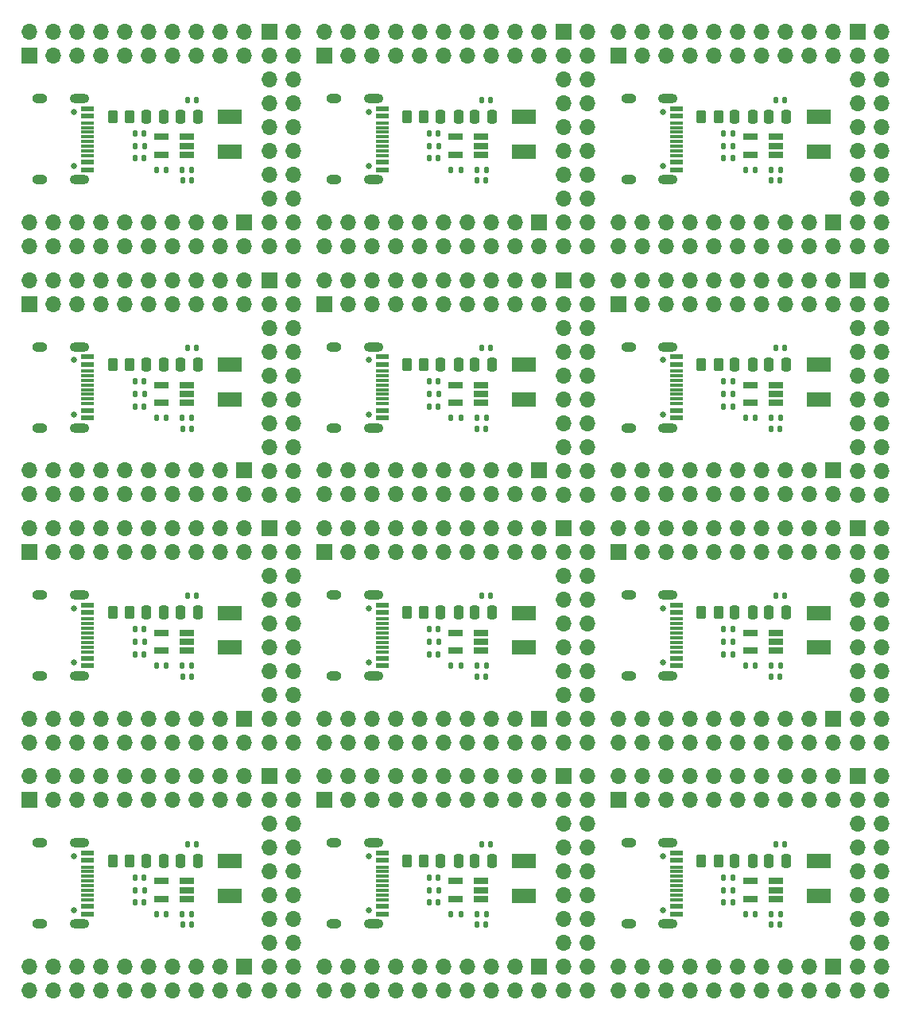
<source format=gbr>
%TF.GenerationSoftware,KiCad,Pcbnew,7.0.6*%
%TF.CreationDate,2023-09-22T02:01:45+08:00*%
%TF.ProjectId,power_ex_board_muti,706f7765-725f-4657-985f-626f6172645f,rev?*%
%TF.SameCoordinates,Original*%
%TF.FileFunction,Soldermask,Top*%
%TF.FilePolarity,Negative*%
%FSLAX46Y46*%
G04 Gerber Fmt 4.6, Leading zero omitted, Abs format (unit mm)*
G04 Created by KiCad (PCBNEW 7.0.6) date 2023-09-22 02:01:45*
%MOMM*%
%LPD*%
G01*
G04 APERTURE LIST*
G04 Aperture macros list*
%AMRoundRect*
0 Rectangle with rounded corners*
0 $1 Rounding radius*
0 $2 $3 $4 $5 $6 $7 $8 $9 X,Y pos of 4 corners*
0 Add a 4 corners polygon primitive as box body*
4,1,4,$2,$3,$4,$5,$6,$7,$8,$9,$2,$3,0*
0 Add four circle primitives for the rounded corners*
1,1,$1+$1,$2,$3*
1,1,$1+$1,$4,$5*
1,1,$1+$1,$6,$7*
1,1,$1+$1,$8,$9*
0 Add four rect primitives between the rounded corners*
20,1,$1+$1,$2,$3,$4,$5,0*
20,1,$1+$1,$4,$5,$6,$7,0*
20,1,$1+$1,$6,$7,$8,$9,0*
20,1,$1+$1,$8,$9,$2,$3,0*%
G04 Aperture macros list end*
%ADD10R,1.560000X0.650000*%
%ADD11RoundRect,0.250000X-0.262500X-0.450000X0.262500X-0.450000X0.262500X0.450000X-0.262500X0.450000X0*%
%ADD12R,1.700000X1.700000*%
%ADD13O,1.700000X1.700000*%
%ADD14RoundRect,0.140000X0.140000X0.170000X-0.140000X0.170000X-0.140000X-0.170000X0.140000X-0.170000X0*%
%ADD15RoundRect,0.140000X-0.140000X-0.170000X0.140000X-0.170000X0.140000X0.170000X-0.140000X0.170000X0*%
%ADD16RoundRect,0.250000X-0.250000X-0.475000X0.250000X-0.475000X0.250000X0.475000X-0.250000X0.475000X0*%
%ADD17R,2.500000X1.500000*%
%ADD18RoundRect,0.135000X0.135000X0.185000X-0.135000X0.185000X-0.135000X-0.185000X0.135000X-0.185000X0*%
%ADD19RoundRect,0.250000X0.250000X0.475000X-0.250000X0.475000X-0.250000X-0.475000X0.250000X-0.475000X0*%
%ADD20RoundRect,0.135000X-0.135000X-0.185000X0.135000X-0.185000X0.135000X0.185000X-0.135000X0.185000X0*%
%ADD21C,0.650000*%
%ADD22R,1.450000X0.600000*%
%ADD23R,1.450000X0.300000*%
%ADD24O,2.100000X1.000000*%
%ADD25O,1.600000X1.000000*%
G04 APERTURE END LIST*
D10*
%TO.C,U1*%
X49582000Y-14888600D03*
X49582000Y-13938600D03*
X49582000Y-12988600D03*
X46882000Y-12988600D03*
X46882000Y-14888600D03*
%TD*%
D11*
%TO.C,R1*%
X10315500Y-37245200D03*
X12140500Y-37245200D03*
%TD*%
D12*
%TO.C,Custom*%
X24348600Y-74991200D03*
D13*
X24348600Y-77531200D03*
X21808600Y-74991200D03*
X21808600Y-77531200D03*
X19268600Y-74991200D03*
X19268600Y-77531200D03*
X16728600Y-74991200D03*
X16728600Y-77531200D03*
X14188600Y-74991200D03*
X14188600Y-77531200D03*
X11648600Y-74991200D03*
X11648600Y-77531200D03*
X9108600Y-74991200D03*
X9108600Y-77531200D03*
X6568600Y-74991200D03*
X6568600Y-77531200D03*
X4028600Y-74991200D03*
X4028600Y-77531200D03*
X1488600Y-74991200D03*
X1488600Y-77531200D03*
%TD*%
D14*
%TO.C,C5*%
X19246600Y-35488000D03*
X18286600Y-35488000D03*
%TD*%
D10*
%TO.C,U1*%
X80925600Y-94212800D03*
X80925600Y-93262800D03*
X80925600Y-92312800D03*
X78225600Y-92312800D03*
X78225600Y-94212800D03*
%TD*%
D14*
%TO.C,C4*%
X81411000Y-44073200D03*
X80451000Y-44073200D03*
%TD*%
D15*
%TO.C,C3*%
X75388400Y-15278600D03*
X76348400Y-15278600D03*
%TD*%
D14*
%TO.C,C4*%
X18723800Y-17631800D03*
X17763800Y-17631800D03*
%TD*%
D16*
%TO.C,C1*%
X13910200Y-37245200D03*
X15810200Y-37245200D03*
%TD*%
D12*
%TO.C,5V*%
X32842200Y-83682600D03*
D13*
X32842200Y-81142600D03*
X35382200Y-83682600D03*
X35382200Y-81142600D03*
X37922200Y-83682600D03*
X37922200Y-81142600D03*
X40462200Y-83682600D03*
X40462200Y-81142600D03*
X43002200Y-83682600D03*
X43002200Y-81142600D03*
X45542200Y-83682600D03*
X45542200Y-81142600D03*
X48082200Y-83682600D03*
X48082200Y-81142600D03*
X50622200Y-83682600D03*
X50622200Y-81142600D03*
X53162200Y-83682600D03*
X53162200Y-81142600D03*
X55702200Y-83682600D03*
X55702200Y-81142600D03*
%TD*%
D14*
%TO.C,C5*%
X50590200Y-88370800D03*
X49630200Y-88370800D03*
%TD*%
D10*
%TO.C,U1*%
X18238400Y-67771400D03*
X18238400Y-66821400D03*
X18238400Y-65871400D03*
X15538400Y-65871400D03*
X15538400Y-67771400D03*
%TD*%
D12*
%TO.C,3V3*%
X58338800Y-1808400D03*
D13*
X60878800Y-1808400D03*
X58338800Y-4348400D03*
X60878800Y-4348400D03*
X58338800Y-6888400D03*
X60878800Y-6888400D03*
X58338800Y-9428400D03*
X60878800Y-9428400D03*
X58338800Y-11968400D03*
X60878800Y-11968400D03*
X58338800Y-14508400D03*
X60878800Y-14508400D03*
X58338800Y-17048400D03*
X60878800Y-17048400D03*
X58338800Y-19588400D03*
X60878800Y-19588400D03*
X58338800Y-22128400D03*
X60878800Y-22128400D03*
X58338800Y-24668400D03*
X60878800Y-24668400D03*
%TD*%
D17*
%TO.C,L1*%
X54152800Y-14528800D03*
X54152800Y-10828800D03*
%TD*%
D12*
%TO.C,3V3*%
X89682400Y-81132600D03*
D13*
X92222400Y-81132600D03*
X89682400Y-83672600D03*
X92222400Y-83672600D03*
X89682400Y-86212600D03*
X92222400Y-86212600D03*
X89682400Y-88752600D03*
X92222400Y-88752600D03*
X89682400Y-91292600D03*
X92222400Y-91292600D03*
X89682400Y-93832600D03*
X92222400Y-93832600D03*
X89682400Y-96372600D03*
X92222400Y-96372600D03*
X89682400Y-98912600D03*
X92222400Y-98912600D03*
X89682400Y-101452600D03*
X92222400Y-101452600D03*
X89682400Y-103992600D03*
X92222400Y-103992600D03*
%TD*%
D18*
%TO.C,R4*%
X47392000Y-16488800D03*
X46372000Y-16488800D03*
%TD*%
D12*
%TO.C,5V*%
X64185800Y-4358400D03*
D13*
X64185800Y-1818400D03*
X66725800Y-4358400D03*
X66725800Y-1818400D03*
X69265800Y-4358400D03*
X69265800Y-1818400D03*
X71805800Y-4358400D03*
X71805800Y-1818400D03*
X74345800Y-4358400D03*
X74345800Y-1818400D03*
X76885800Y-4358400D03*
X76885800Y-1818400D03*
X79425800Y-4358400D03*
X79425800Y-1818400D03*
X81965800Y-4358400D03*
X81965800Y-1818400D03*
X84505800Y-4358400D03*
X84505800Y-1818400D03*
X87045800Y-4358400D03*
X87045800Y-1818400D03*
%TD*%
D19*
%TO.C,C6*%
X19417000Y-37245200D03*
X17517000Y-37245200D03*
%TD*%
D16*
%TO.C,C1*%
X45253800Y-37245200D03*
X47153800Y-37245200D03*
%TD*%
%TO.C,C1*%
X76597400Y-10803800D03*
X78497400Y-10803800D03*
%TD*%
D19*
%TO.C,C6*%
X19417000Y-10803800D03*
X17517000Y-10803800D03*
%TD*%
D18*
%TO.C,R4*%
X16048400Y-69371600D03*
X15028400Y-69371600D03*
%TD*%
%TO.C,R3*%
X50117400Y-16488800D03*
X49097400Y-16488800D03*
%TD*%
D12*
%TO.C,5V*%
X1498600Y-30799800D03*
D13*
X1498600Y-28259800D03*
X4038600Y-30799800D03*
X4038600Y-28259800D03*
X6578600Y-30799800D03*
X6578600Y-28259800D03*
X9118600Y-30799800D03*
X9118600Y-28259800D03*
X11658600Y-30799800D03*
X11658600Y-28259800D03*
X14198600Y-30799800D03*
X14198600Y-28259800D03*
X16738600Y-30799800D03*
X16738600Y-28259800D03*
X19278600Y-30799800D03*
X19278600Y-28259800D03*
X21818600Y-30799800D03*
X21818600Y-28259800D03*
X24358600Y-30799800D03*
X24358600Y-28259800D03*
%TD*%
D14*
%TO.C,C5*%
X50590200Y-9046600D03*
X49630200Y-9046600D03*
%TD*%
D20*
%TO.C,R2*%
X44034800Y-66821400D03*
X45054800Y-66821400D03*
%TD*%
D10*
%TO.C,U1*%
X49582000Y-67771400D03*
X49582000Y-66821400D03*
X49582000Y-65871400D03*
X46882000Y-65871400D03*
X46882000Y-67771400D03*
%TD*%
D17*
%TO.C,L1*%
X85496400Y-67411600D03*
X85496400Y-63711600D03*
%TD*%
D15*
%TO.C,C3*%
X44044800Y-15278600D03*
X45004800Y-15278600D03*
%TD*%
%TO.C,C3*%
X12701200Y-41720000D03*
X13661200Y-41720000D03*
%TD*%
D14*
%TO.C,C2*%
X76348400Y-12598600D03*
X75388400Y-12598600D03*
%TD*%
D20*
%TO.C,R2*%
X12691200Y-93262800D03*
X13711200Y-93262800D03*
%TD*%
D12*
%TO.C,3V3*%
X26995200Y-1808400D03*
D13*
X29535200Y-1808400D03*
X26995200Y-4348400D03*
X29535200Y-4348400D03*
X26995200Y-6888400D03*
X29535200Y-6888400D03*
X26995200Y-9428400D03*
X29535200Y-9428400D03*
X26995200Y-11968400D03*
X29535200Y-11968400D03*
X26995200Y-14508400D03*
X29535200Y-14508400D03*
X26995200Y-17048400D03*
X29535200Y-17048400D03*
X26995200Y-19588400D03*
X29535200Y-19588400D03*
X26995200Y-22128400D03*
X29535200Y-22128400D03*
X26995200Y-24668400D03*
X29535200Y-24668400D03*
%TD*%
D16*
%TO.C,C1*%
X45253800Y-90128000D03*
X47153800Y-90128000D03*
%TD*%
D12*
%TO.C,Custom*%
X87035800Y-22108400D03*
D13*
X87035800Y-24648400D03*
X84495800Y-22108400D03*
X84495800Y-24648400D03*
X81955800Y-22108400D03*
X81955800Y-24648400D03*
X79415800Y-22108400D03*
X79415800Y-24648400D03*
X76875800Y-22108400D03*
X76875800Y-24648400D03*
X74335800Y-22108400D03*
X74335800Y-24648400D03*
X71795800Y-22108400D03*
X71795800Y-24648400D03*
X69255800Y-22108400D03*
X69255800Y-24648400D03*
X66715800Y-22108400D03*
X66715800Y-24648400D03*
X64175800Y-22108400D03*
X64175800Y-24648400D03*
%TD*%
D11*
%TO.C,R1*%
X73002700Y-90128000D03*
X74827700Y-90128000D03*
%TD*%
D12*
%TO.C,5V*%
X1498600Y-57241200D03*
D13*
X1498600Y-54701200D03*
X4038600Y-57241200D03*
X4038600Y-54701200D03*
X6578600Y-57241200D03*
X6578600Y-54701200D03*
X9118600Y-57241200D03*
X9118600Y-54701200D03*
X11658600Y-57241200D03*
X11658600Y-54701200D03*
X14198600Y-57241200D03*
X14198600Y-54701200D03*
X16738600Y-57241200D03*
X16738600Y-54701200D03*
X19278600Y-57241200D03*
X19278600Y-54701200D03*
X21818600Y-57241200D03*
X21818600Y-54701200D03*
X24358600Y-57241200D03*
X24358600Y-54701200D03*
%TD*%
D15*
%TO.C,C3*%
X44044800Y-94602800D03*
X45004800Y-94602800D03*
%TD*%
D10*
%TO.C,U1*%
X80925600Y-14888600D03*
X80925600Y-13938600D03*
X80925600Y-12988600D03*
X78225600Y-12988600D03*
X78225600Y-14888600D03*
%TD*%
%TO.C,U1*%
X18238400Y-14888600D03*
X18238400Y-13938600D03*
X18238400Y-12988600D03*
X15538400Y-12988600D03*
X15538400Y-14888600D03*
%TD*%
D11*
%TO.C,R1*%
X10315500Y-10803800D03*
X12140500Y-10803800D03*
%TD*%
D14*
%TO.C,C5*%
X81933800Y-9046600D03*
X80973800Y-9046600D03*
%TD*%
D18*
%TO.C,R3*%
X50117400Y-69371600D03*
X49097400Y-69371600D03*
%TD*%
D16*
%TO.C,C1*%
X76597400Y-63686600D03*
X78497400Y-63686600D03*
%TD*%
D15*
%TO.C,C3*%
X44044800Y-68161400D03*
X45004800Y-68161400D03*
%TD*%
D12*
%TO.C,3V3*%
X89682400Y-28249800D03*
D13*
X92222400Y-28249800D03*
X89682400Y-30789800D03*
X92222400Y-30789800D03*
X89682400Y-33329800D03*
X92222400Y-33329800D03*
X89682400Y-35869800D03*
X92222400Y-35869800D03*
X89682400Y-38409800D03*
X92222400Y-38409800D03*
X89682400Y-40949800D03*
X92222400Y-40949800D03*
X89682400Y-43489800D03*
X92222400Y-43489800D03*
X89682400Y-46029800D03*
X92222400Y-46029800D03*
X89682400Y-48569800D03*
X92222400Y-48569800D03*
X89682400Y-51109800D03*
X92222400Y-51109800D03*
%TD*%
D21*
%TO.C,J1*%
X6232200Y-89667600D03*
X6232200Y-95447600D03*
D22*
X7677200Y-89307600D03*
X7677200Y-90107600D03*
D23*
X7677200Y-91307600D03*
X7677200Y-92307600D03*
X7677200Y-92807600D03*
X7677200Y-93807600D03*
D22*
X7677200Y-95007600D03*
X7677200Y-95807600D03*
X7677200Y-95807600D03*
X7677200Y-95007600D03*
D23*
X7677200Y-94307600D03*
X7677200Y-93307600D03*
X7677200Y-91807600D03*
X7677200Y-90807600D03*
D22*
X7677200Y-90107600D03*
X7677200Y-89307600D03*
D24*
X6762200Y-88237600D03*
D25*
X2582200Y-88237600D03*
D24*
X6762200Y-96877600D03*
D25*
X2582200Y-96877600D03*
%TD*%
D18*
%TO.C,R3*%
X18773800Y-16488800D03*
X17753800Y-16488800D03*
%TD*%
D14*
%TO.C,C4*%
X50067400Y-17631800D03*
X49107400Y-17631800D03*
%TD*%
D15*
%TO.C,C3*%
X44044800Y-41720000D03*
X45004800Y-41720000D03*
%TD*%
D11*
%TO.C,R1*%
X73002700Y-10803800D03*
X74827700Y-10803800D03*
%TD*%
D16*
%TO.C,C1*%
X45253800Y-10803800D03*
X47153800Y-10803800D03*
%TD*%
D14*
%TO.C,C4*%
X18723800Y-44073200D03*
X17763800Y-44073200D03*
%TD*%
D17*
%TO.C,L1*%
X85496400Y-14528800D03*
X85496400Y-10828800D03*
%TD*%
D14*
%TO.C,C5*%
X50590200Y-35488000D03*
X49630200Y-35488000D03*
%TD*%
D12*
%TO.C,5V*%
X64185800Y-83682600D03*
D13*
X64185800Y-81142600D03*
X66725800Y-83682600D03*
X66725800Y-81142600D03*
X69265800Y-83682600D03*
X69265800Y-81142600D03*
X71805800Y-83682600D03*
X71805800Y-81142600D03*
X74345800Y-83682600D03*
X74345800Y-81142600D03*
X76885800Y-83682600D03*
X76885800Y-81142600D03*
X79425800Y-83682600D03*
X79425800Y-81142600D03*
X81965800Y-83682600D03*
X81965800Y-81142600D03*
X84505800Y-83682600D03*
X84505800Y-81142600D03*
X87045800Y-83682600D03*
X87045800Y-81142600D03*
%TD*%
D12*
%TO.C,Custom*%
X24348600Y-22108400D03*
D13*
X24348600Y-24648400D03*
X21808600Y-22108400D03*
X21808600Y-24648400D03*
X19268600Y-22108400D03*
X19268600Y-24648400D03*
X16728600Y-22108400D03*
X16728600Y-24648400D03*
X14188600Y-22108400D03*
X14188600Y-24648400D03*
X11648600Y-22108400D03*
X11648600Y-24648400D03*
X9108600Y-22108400D03*
X9108600Y-24648400D03*
X6568600Y-22108400D03*
X6568600Y-24648400D03*
X4028600Y-22108400D03*
X4028600Y-24648400D03*
X1488600Y-22108400D03*
X1488600Y-24648400D03*
%TD*%
D11*
%TO.C,R1*%
X73002700Y-63686600D03*
X74827700Y-63686600D03*
%TD*%
D14*
%TO.C,C5*%
X81933800Y-35488000D03*
X80973800Y-35488000D03*
%TD*%
%TO.C,C5*%
X19246600Y-88370800D03*
X18286600Y-88370800D03*
%TD*%
D16*
%TO.C,C1*%
X13910200Y-63686600D03*
X15810200Y-63686600D03*
%TD*%
D12*
%TO.C,Custom*%
X55692200Y-101432600D03*
D13*
X55692200Y-103972600D03*
X53152200Y-101432600D03*
X53152200Y-103972600D03*
X50612200Y-101432600D03*
X50612200Y-103972600D03*
X48072200Y-101432600D03*
X48072200Y-103972600D03*
X45532200Y-101432600D03*
X45532200Y-103972600D03*
X42992200Y-101432600D03*
X42992200Y-103972600D03*
X40452200Y-101432600D03*
X40452200Y-103972600D03*
X37912200Y-101432600D03*
X37912200Y-103972600D03*
X35372200Y-101432600D03*
X35372200Y-103972600D03*
X32832200Y-101432600D03*
X32832200Y-103972600D03*
%TD*%
D12*
%TO.C,3V3*%
X26995200Y-54691200D03*
D13*
X29535200Y-54691200D03*
X26995200Y-57231200D03*
X29535200Y-57231200D03*
X26995200Y-59771200D03*
X29535200Y-59771200D03*
X26995200Y-62311200D03*
X29535200Y-62311200D03*
X26995200Y-64851200D03*
X29535200Y-64851200D03*
X26995200Y-67391200D03*
X29535200Y-67391200D03*
X26995200Y-69931200D03*
X29535200Y-69931200D03*
X26995200Y-72471200D03*
X29535200Y-72471200D03*
X26995200Y-75011200D03*
X29535200Y-75011200D03*
X26995200Y-77551200D03*
X29535200Y-77551200D03*
%TD*%
D12*
%TO.C,Custom*%
X55692200Y-22108400D03*
D13*
X55692200Y-24648400D03*
X53152200Y-22108400D03*
X53152200Y-24648400D03*
X50612200Y-22108400D03*
X50612200Y-24648400D03*
X48072200Y-22108400D03*
X48072200Y-24648400D03*
X45532200Y-22108400D03*
X45532200Y-24648400D03*
X42992200Y-22108400D03*
X42992200Y-24648400D03*
X40452200Y-22108400D03*
X40452200Y-24648400D03*
X37912200Y-22108400D03*
X37912200Y-24648400D03*
X35372200Y-22108400D03*
X35372200Y-24648400D03*
X32832200Y-22108400D03*
X32832200Y-24648400D03*
%TD*%
D17*
%TO.C,L1*%
X22809200Y-14528800D03*
X22809200Y-10828800D03*
%TD*%
D12*
%TO.C,5V*%
X64185800Y-30799800D03*
D13*
X64185800Y-28259800D03*
X66725800Y-30799800D03*
X66725800Y-28259800D03*
X69265800Y-30799800D03*
X69265800Y-28259800D03*
X71805800Y-30799800D03*
X71805800Y-28259800D03*
X74345800Y-30799800D03*
X74345800Y-28259800D03*
X76885800Y-30799800D03*
X76885800Y-28259800D03*
X79425800Y-30799800D03*
X79425800Y-28259800D03*
X81965800Y-30799800D03*
X81965800Y-28259800D03*
X84505800Y-30799800D03*
X84505800Y-28259800D03*
X87045800Y-30799800D03*
X87045800Y-28259800D03*
%TD*%
D18*
%TO.C,R4*%
X16048400Y-16488800D03*
X15028400Y-16488800D03*
%TD*%
D19*
%TO.C,C6*%
X50760600Y-37245200D03*
X48860600Y-37245200D03*
%TD*%
D14*
%TO.C,C2*%
X45004800Y-91922800D03*
X44044800Y-91922800D03*
%TD*%
D21*
%TO.C,J1*%
X37575800Y-10343400D03*
X37575800Y-16123400D03*
D22*
X39020800Y-9983400D03*
X39020800Y-10783400D03*
D23*
X39020800Y-11983400D03*
X39020800Y-12983400D03*
X39020800Y-13483400D03*
X39020800Y-14483400D03*
D22*
X39020800Y-15683400D03*
X39020800Y-16483400D03*
X39020800Y-16483400D03*
X39020800Y-15683400D03*
D23*
X39020800Y-14983400D03*
X39020800Y-13983400D03*
X39020800Y-12483400D03*
X39020800Y-11483400D03*
D22*
X39020800Y-10783400D03*
X39020800Y-9983400D03*
D24*
X38105800Y-8913400D03*
D25*
X33925800Y-8913400D03*
D24*
X38105800Y-17553400D03*
D25*
X33925800Y-17553400D03*
%TD*%
D21*
%TO.C,J1*%
X37575800Y-89667600D03*
X37575800Y-95447600D03*
D22*
X39020800Y-89307600D03*
X39020800Y-90107600D03*
D23*
X39020800Y-91307600D03*
X39020800Y-92307600D03*
X39020800Y-92807600D03*
X39020800Y-93807600D03*
D22*
X39020800Y-95007600D03*
X39020800Y-95807600D03*
X39020800Y-95807600D03*
X39020800Y-95007600D03*
D23*
X39020800Y-94307600D03*
X39020800Y-93307600D03*
X39020800Y-91807600D03*
X39020800Y-90807600D03*
D22*
X39020800Y-90107600D03*
X39020800Y-89307600D03*
D24*
X38105800Y-88237600D03*
D25*
X33925800Y-88237600D03*
D24*
X38105800Y-96877600D03*
D25*
X33925800Y-96877600D03*
%TD*%
D14*
%TO.C,C5*%
X81933800Y-61929400D03*
X80973800Y-61929400D03*
%TD*%
D16*
%TO.C,C1*%
X76597400Y-90128000D03*
X78497400Y-90128000D03*
%TD*%
D20*
%TO.C,R2*%
X75378400Y-93262800D03*
X76398400Y-93262800D03*
%TD*%
D19*
%TO.C,C6*%
X19417000Y-63686600D03*
X17517000Y-63686600D03*
%TD*%
D21*
%TO.C,J1*%
X37575800Y-36784800D03*
X37575800Y-42564800D03*
D22*
X39020800Y-36424800D03*
X39020800Y-37224800D03*
D23*
X39020800Y-38424800D03*
X39020800Y-39424800D03*
X39020800Y-39924800D03*
X39020800Y-40924800D03*
D22*
X39020800Y-42124800D03*
X39020800Y-42924800D03*
X39020800Y-42924800D03*
X39020800Y-42124800D03*
D23*
X39020800Y-41424800D03*
X39020800Y-40424800D03*
X39020800Y-38924800D03*
X39020800Y-37924800D03*
D22*
X39020800Y-37224800D03*
X39020800Y-36424800D03*
D24*
X38105800Y-35354800D03*
D25*
X33925800Y-35354800D03*
D24*
X38105800Y-43994800D03*
D25*
X33925800Y-43994800D03*
%TD*%
D15*
%TO.C,C3*%
X75388400Y-68161400D03*
X76348400Y-68161400D03*
%TD*%
D16*
%TO.C,C1*%
X13910200Y-90128000D03*
X15810200Y-90128000D03*
%TD*%
D14*
%TO.C,C4*%
X50067400Y-96956000D03*
X49107400Y-96956000D03*
%TD*%
D18*
%TO.C,R4*%
X78735600Y-16488800D03*
X77715600Y-16488800D03*
%TD*%
D12*
%TO.C,5V*%
X32842200Y-4358400D03*
D13*
X32842200Y-1818400D03*
X35382200Y-4358400D03*
X35382200Y-1818400D03*
X37922200Y-4358400D03*
X37922200Y-1818400D03*
X40462200Y-4358400D03*
X40462200Y-1818400D03*
X43002200Y-4358400D03*
X43002200Y-1818400D03*
X45542200Y-4358400D03*
X45542200Y-1818400D03*
X48082200Y-4358400D03*
X48082200Y-1818400D03*
X50622200Y-4358400D03*
X50622200Y-1818400D03*
X53162200Y-4358400D03*
X53162200Y-1818400D03*
X55702200Y-4358400D03*
X55702200Y-1818400D03*
%TD*%
D14*
%TO.C,C2*%
X76348400Y-65481400D03*
X75388400Y-65481400D03*
%TD*%
D12*
%TO.C,5V*%
X32842200Y-30799800D03*
D13*
X32842200Y-28259800D03*
X35382200Y-30799800D03*
X35382200Y-28259800D03*
X37922200Y-30799800D03*
X37922200Y-28259800D03*
X40462200Y-30799800D03*
X40462200Y-28259800D03*
X43002200Y-30799800D03*
X43002200Y-28259800D03*
X45542200Y-30799800D03*
X45542200Y-28259800D03*
X48082200Y-30799800D03*
X48082200Y-28259800D03*
X50622200Y-30799800D03*
X50622200Y-28259800D03*
X53162200Y-30799800D03*
X53162200Y-28259800D03*
X55702200Y-30799800D03*
X55702200Y-28259800D03*
%TD*%
D18*
%TO.C,R3*%
X81461000Y-42930200D03*
X80441000Y-42930200D03*
%TD*%
D14*
%TO.C,C2*%
X76348400Y-39040000D03*
X75388400Y-39040000D03*
%TD*%
D11*
%TO.C,R1*%
X73002700Y-37245200D03*
X74827700Y-37245200D03*
%TD*%
D21*
%TO.C,J1*%
X6232200Y-10343400D03*
X6232200Y-16123400D03*
D22*
X7677200Y-9983400D03*
X7677200Y-10783400D03*
D23*
X7677200Y-11983400D03*
X7677200Y-12983400D03*
X7677200Y-13483400D03*
X7677200Y-14483400D03*
D22*
X7677200Y-15683400D03*
X7677200Y-16483400D03*
X7677200Y-16483400D03*
X7677200Y-15683400D03*
D23*
X7677200Y-14983400D03*
X7677200Y-13983400D03*
X7677200Y-12483400D03*
X7677200Y-11483400D03*
D22*
X7677200Y-10783400D03*
X7677200Y-9983400D03*
D24*
X6762200Y-8913400D03*
D25*
X2582200Y-8913400D03*
D24*
X6762200Y-17553400D03*
D25*
X2582200Y-17553400D03*
%TD*%
D14*
%TO.C,C4*%
X50067400Y-70514600D03*
X49107400Y-70514600D03*
%TD*%
D18*
%TO.C,R4*%
X78735600Y-42930200D03*
X77715600Y-42930200D03*
%TD*%
D16*
%TO.C,C1*%
X45253800Y-63686600D03*
X47153800Y-63686600D03*
%TD*%
D15*
%TO.C,C3*%
X12701200Y-94602800D03*
X13661200Y-94602800D03*
%TD*%
D12*
%TO.C,Custom*%
X55692200Y-48549800D03*
D13*
X55692200Y-51089800D03*
X53152200Y-48549800D03*
X53152200Y-51089800D03*
X50612200Y-48549800D03*
X50612200Y-51089800D03*
X48072200Y-48549800D03*
X48072200Y-51089800D03*
X45532200Y-48549800D03*
X45532200Y-51089800D03*
X42992200Y-48549800D03*
X42992200Y-51089800D03*
X40452200Y-48549800D03*
X40452200Y-51089800D03*
X37912200Y-48549800D03*
X37912200Y-51089800D03*
X35372200Y-48549800D03*
X35372200Y-51089800D03*
X32832200Y-48549800D03*
X32832200Y-51089800D03*
%TD*%
D18*
%TO.C,R3*%
X50117400Y-95813000D03*
X49097400Y-95813000D03*
%TD*%
%TO.C,R4*%
X16048400Y-42930200D03*
X15028400Y-42930200D03*
%TD*%
D11*
%TO.C,R1*%
X10315500Y-63686600D03*
X12140500Y-63686600D03*
%TD*%
D21*
%TO.C,J1*%
X68919400Y-63226200D03*
X68919400Y-69006200D03*
D22*
X70364400Y-62866200D03*
X70364400Y-63666200D03*
D23*
X70364400Y-64866200D03*
X70364400Y-65866200D03*
X70364400Y-66366200D03*
X70364400Y-67366200D03*
D22*
X70364400Y-68566200D03*
X70364400Y-69366200D03*
X70364400Y-69366200D03*
X70364400Y-68566200D03*
D23*
X70364400Y-67866200D03*
X70364400Y-66866200D03*
X70364400Y-65366200D03*
X70364400Y-64366200D03*
D22*
X70364400Y-63666200D03*
X70364400Y-62866200D03*
D24*
X69449400Y-61796200D03*
D25*
X65269400Y-61796200D03*
D24*
X69449400Y-70436200D03*
D25*
X65269400Y-70436200D03*
%TD*%
D18*
%TO.C,R4*%
X16048400Y-95813000D03*
X15028400Y-95813000D03*
%TD*%
D14*
%TO.C,C4*%
X81411000Y-70514600D03*
X80451000Y-70514600D03*
%TD*%
D20*
%TO.C,R2*%
X12691200Y-40380000D03*
X13711200Y-40380000D03*
%TD*%
D14*
%TO.C,C5*%
X19246600Y-9046600D03*
X18286600Y-9046600D03*
%TD*%
%TO.C,C2*%
X13661200Y-65481400D03*
X12701200Y-65481400D03*
%TD*%
D12*
%TO.C,Custom*%
X87035800Y-74991200D03*
D13*
X87035800Y-77531200D03*
X84495800Y-74991200D03*
X84495800Y-77531200D03*
X81955800Y-74991200D03*
X81955800Y-77531200D03*
X79415800Y-74991200D03*
X79415800Y-77531200D03*
X76875800Y-74991200D03*
X76875800Y-77531200D03*
X74335800Y-74991200D03*
X74335800Y-77531200D03*
X71795800Y-74991200D03*
X71795800Y-77531200D03*
X69255800Y-74991200D03*
X69255800Y-77531200D03*
X66715800Y-74991200D03*
X66715800Y-77531200D03*
X64175800Y-74991200D03*
X64175800Y-77531200D03*
%TD*%
D12*
%TO.C,5V*%
X1498600Y-83682600D03*
D13*
X1498600Y-81142600D03*
X4038600Y-83682600D03*
X4038600Y-81142600D03*
X6578600Y-83682600D03*
X6578600Y-81142600D03*
X9118600Y-83682600D03*
X9118600Y-81142600D03*
X11658600Y-83682600D03*
X11658600Y-81142600D03*
X14198600Y-83682600D03*
X14198600Y-81142600D03*
X16738600Y-83682600D03*
X16738600Y-81142600D03*
X19278600Y-83682600D03*
X19278600Y-81142600D03*
X21818600Y-83682600D03*
X21818600Y-81142600D03*
X24358600Y-83682600D03*
X24358600Y-81142600D03*
%TD*%
D19*
%TO.C,C6*%
X82104200Y-90128000D03*
X80204200Y-90128000D03*
%TD*%
D10*
%TO.C,U1*%
X18238400Y-41330000D03*
X18238400Y-40380000D03*
X18238400Y-39430000D03*
X15538400Y-39430000D03*
X15538400Y-41330000D03*
%TD*%
D15*
%TO.C,C3*%
X12701200Y-68161400D03*
X13661200Y-68161400D03*
%TD*%
D17*
%TO.C,L1*%
X54152800Y-67411600D03*
X54152800Y-63711600D03*
%TD*%
D18*
%TO.C,R3*%
X50117400Y-42930200D03*
X49097400Y-42930200D03*
%TD*%
D16*
%TO.C,C1*%
X13910200Y-10803800D03*
X15810200Y-10803800D03*
%TD*%
D11*
%TO.C,R1*%
X41659100Y-37245200D03*
X43484100Y-37245200D03*
%TD*%
D12*
%TO.C,3V3*%
X26995200Y-28249800D03*
D13*
X29535200Y-28249800D03*
X26995200Y-30789800D03*
X29535200Y-30789800D03*
X26995200Y-33329800D03*
X29535200Y-33329800D03*
X26995200Y-35869800D03*
X29535200Y-35869800D03*
X26995200Y-38409800D03*
X29535200Y-38409800D03*
X26995200Y-40949800D03*
X29535200Y-40949800D03*
X26995200Y-43489800D03*
X29535200Y-43489800D03*
X26995200Y-46029800D03*
X29535200Y-46029800D03*
X26995200Y-48569800D03*
X29535200Y-48569800D03*
X26995200Y-51109800D03*
X29535200Y-51109800D03*
%TD*%
D19*
%TO.C,C6*%
X82104200Y-63686600D03*
X80204200Y-63686600D03*
%TD*%
D14*
%TO.C,C4*%
X81411000Y-96956000D03*
X80451000Y-96956000D03*
%TD*%
D16*
%TO.C,C1*%
X76597400Y-37245200D03*
X78497400Y-37245200D03*
%TD*%
D20*
%TO.C,R2*%
X12691200Y-13938600D03*
X13711200Y-13938600D03*
%TD*%
D19*
%TO.C,C6*%
X82104200Y-10803800D03*
X80204200Y-10803800D03*
%TD*%
D12*
%TO.C,Custom*%
X87035800Y-48549800D03*
D13*
X87035800Y-51089800D03*
X84495800Y-48549800D03*
X84495800Y-51089800D03*
X81955800Y-48549800D03*
X81955800Y-51089800D03*
X79415800Y-48549800D03*
X79415800Y-51089800D03*
X76875800Y-48549800D03*
X76875800Y-51089800D03*
X74335800Y-48549800D03*
X74335800Y-51089800D03*
X71795800Y-48549800D03*
X71795800Y-51089800D03*
X69255800Y-48549800D03*
X69255800Y-51089800D03*
X66715800Y-48549800D03*
X66715800Y-51089800D03*
X64175800Y-48549800D03*
X64175800Y-51089800D03*
%TD*%
D14*
%TO.C,C2*%
X76348400Y-91922800D03*
X75388400Y-91922800D03*
%TD*%
D20*
%TO.C,R2*%
X44034800Y-40380000D03*
X45054800Y-40380000D03*
%TD*%
D17*
%TO.C,L1*%
X22809200Y-93853000D03*
X22809200Y-90153000D03*
%TD*%
D18*
%TO.C,R3*%
X18773800Y-95813000D03*
X17753800Y-95813000D03*
%TD*%
D21*
%TO.C,J1*%
X68919400Y-36784800D03*
X68919400Y-42564800D03*
D22*
X70364400Y-36424800D03*
X70364400Y-37224800D03*
D23*
X70364400Y-38424800D03*
X70364400Y-39424800D03*
X70364400Y-39924800D03*
X70364400Y-40924800D03*
D22*
X70364400Y-42124800D03*
X70364400Y-42924800D03*
X70364400Y-42924800D03*
X70364400Y-42124800D03*
D23*
X70364400Y-41424800D03*
X70364400Y-40424800D03*
X70364400Y-38924800D03*
X70364400Y-37924800D03*
D22*
X70364400Y-37224800D03*
X70364400Y-36424800D03*
D24*
X69449400Y-35354800D03*
D25*
X65269400Y-35354800D03*
D24*
X69449400Y-43994800D03*
D25*
X65269400Y-43994800D03*
%TD*%
D14*
%TO.C,C4*%
X50067400Y-44073200D03*
X49107400Y-44073200D03*
%TD*%
D10*
%TO.C,U1*%
X80925600Y-41330000D03*
X80925600Y-40380000D03*
X80925600Y-39430000D03*
X78225600Y-39430000D03*
X78225600Y-41330000D03*
%TD*%
D17*
%TO.C,L1*%
X54152800Y-93853000D03*
X54152800Y-90153000D03*
%TD*%
D12*
%TO.C,3V3*%
X58338800Y-81132600D03*
D13*
X60878800Y-81132600D03*
X58338800Y-83672600D03*
X60878800Y-83672600D03*
X58338800Y-86212600D03*
X60878800Y-86212600D03*
X58338800Y-88752600D03*
X60878800Y-88752600D03*
X58338800Y-91292600D03*
X60878800Y-91292600D03*
X58338800Y-93832600D03*
X60878800Y-93832600D03*
X58338800Y-96372600D03*
X60878800Y-96372600D03*
X58338800Y-98912600D03*
X60878800Y-98912600D03*
X58338800Y-101452600D03*
X60878800Y-101452600D03*
X58338800Y-103992600D03*
X60878800Y-103992600D03*
%TD*%
D12*
%TO.C,5V*%
X64185800Y-57241200D03*
D13*
X64185800Y-54701200D03*
X66725800Y-57241200D03*
X66725800Y-54701200D03*
X69265800Y-57241200D03*
X69265800Y-54701200D03*
X71805800Y-57241200D03*
X71805800Y-54701200D03*
X74345800Y-57241200D03*
X74345800Y-54701200D03*
X76885800Y-57241200D03*
X76885800Y-54701200D03*
X79425800Y-57241200D03*
X79425800Y-54701200D03*
X81965800Y-57241200D03*
X81965800Y-54701200D03*
X84505800Y-57241200D03*
X84505800Y-54701200D03*
X87045800Y-57241200D03*
X87045800Y-54701200D03*
%TD*%
D18*
%TO.C,R4*%
X78735600Y-69371600D03*
X77715600Y-69371600D03*
%TD*%
%TO.C,R3*%
X81461000Y-16488800D03*
X80441000Y-16488800D03*
%TD*%
D14*
%TO.C,C5*%
X19246600Y-61929400D03*
X18286600Y-61929400D03*
%TD*%
D21*
%TO.C,J1*%
X37575800Y-63226200D03*
X37575800Y-69006200D03*
D22*
X39020800Y-62866200D03*
X39020800Y-63666200D03*
D23*
X39020800Y-64866200D03*
X39020800Y-65866200D03*
X39020800Y-66366200D03*
X39020800Y-67366200D03*
D22*
X39020800Y-68566200D03*
X39020800Y-69366200D03*
X39020800Y-69366200D03*
X39020800Y-68566200D03*
D23*
X39020800Y-67866200D03*
X39020800Y-66866200D03*
X39020800Y-65366200D03*
X39020800Y-64366200D03*
D22*
X39020800Y-63666200D03*
X39020800Y-62866200D03*
D24*
X38105800Y-61796200D03*
D25*
X33925800Y-61796200D03*
D24*
X38105800Y-70436200D03*
D25*
X33925800Y-70436200D03*
%TD*%
D10*
%TO.C,U1*%
X49582000Y-94212800D03*
X49582000Y-93262800D03*
X49582000Y-92312800D03*
X46882000Y-92312800D03*
X46882000Y-94212800D03*
%TD*%
D18*
%TO.C,R4*%
X47392000Y-95813000D03*
X46372000Y-95813000D03*
%TD*%
D14*
%TO.C,C5*%
X50590200Y-61929400D03*
X49630200Y-61929400D03*
%TD*%
D17*
%TO.C,L1*%
X22809200Y-67411600D03*
X22809200Y-63711600D03*
%TD*%
D12*
%TO.C,5V*%
X1498600Y-4358400D03*
D13*
X1498600Y-1818400D03*
X4038600Y-4358400D03*
X4038600Y-1818400D03*
X6578600Y-4358400D03*
X6578600Y-1818400D03*
X9118600Y-4358400D03*
X9118600Y-1818400D03*
X11658600Y-4358400D03*
X11658600Y-1818400D03*
X14198600Y-4358400D03*
X14198600Y-1818400D03*
X16738600Y-4358400D03*
X16738600Y-1818400D03*
X19278600Y-4358400D03*
X19278600Y-1818400D03*
X21818600Y-4358400D03*
X21818600Y-1818400D03*
X24358600Y-4358400D03*
X24358600Y-1818400D03*
%TD*%
D10*
%TO.C,U1*%
X49582000Y-41330000D03*
X49582000Y-40380000D03*
X49582000Y-39430000D03*
X46882000Y-39430000D03*
X46882000Y-41330000D03*
%TD*%
D20*
%TO.C,R2*%
X12691200Y-66821400D03*
X13711200Y-66821400D03*
%TD*%
D14*
%TO.C,C4*%
X81411000Y-17631800D03*
X80451000Y-17631800D03*
%TD*%
D12*
%TO.C,Custom*%
X55692200Y-74991200D03*
D13*
X55692200Y-77531200D03*
X53152200Y-74991200D03*
X53152200Y-77531200D03*
X50612200Y-74991200D03*
X50612200Y-77531200D03*
X48072200Y-74991200D03*
X48072200Y-77531200D03*
X45532200Y-74991200D03*
X45532200Y-77531200D03*
X42992200Y-74991200D03*
X42992200Y-77531200D03*
X40452200Y-74991200D03*
X40452200Y-77531200D03*
X37912200Y-74991200D03*
X37912200Y-77531200D03*
X35372200Y-74991200D03*
X35372200Y-77531200D03*
X32832200Y-74991200D03*
X32832200Y-77531200D03*
%TD*%
D15*
%TO.C,C3*%
X75388400Y-94602800D03*
X76348400Y-94602800D03*
%TD*%
D17*
%TO.C,L1*%
X22809200Y-40970200D03*
X22809200Y-37270200D03*
%TD*%
D18*
%TO.C,R3*%
X81461000Y-69371600D03*
X80441000Y-69371600D03*
%TD*%
D14*
%TO.C,C2*%
X13661200Y-12598600D03*
X12701200Y-12598600D03*
%TD*%
D12*
%TO.C,3V3*%
X58338800Y-28249800D03*
D13*
X60878800Y-28249800D03*
X58338800Y-30789800D03*
X60878800Y-30789800D03*
X58338800Y-33329800D03*
X60878800Y-33329800D03*
X58338800Y-35869800D03*
X60878800Y-35869800D03*
X58338800Y-38409800D03*
X60878800Y-38409800D03*
X58338800Y-40949800D03*
X60878800Y-40949800D03*
X58338800Y-43489800D03*
X60878800Y-43489800D03*
X58338800Y-46029800D03*
X60878800Y-46029800D03*
X58338800Y-48569800D03*
X60878800Y-48569800D03*
X58338800Y-51109800D03*
X60878800Y-51109800D03*
%TD*%
D18*
%TO.C,R3*%
X81461000Y-95813000D03*
X80441000Y-95813000D03*
%TD*%
D14*
%TO.C,C4*%
X18723800Y-96956000D03*
X17763800Y-96956000D03*
%TD*%
D20*
%TO.C,R2*%
X44034800Y-13938600D03*
X45054800Y-13938600D03*
%TD*%
D14*
%TO.C,C2*%
X45004800Y-65481400D03*
X44044800Y-65481400D03*
%TD*%
D12*
%TO.C,5V*%
X32842200Y-57241200D03*
D13*
X32842200Y-54701200D03*
X35382200Y-57241200D03*
X35382200Y-54701200D03*
X37922200Y-57241200D03*
X37922200Y-54701200D03*
X40462200Y-57241200D03*
X40462200Y-54701200D03*
X43002200Y-57241200D03*
X43002200Y-54701200D03*
X45542200Y-57241200D03*
X45542200Y-54701200D03*
X48082200Y-57241200D03*
X48082200Y-54701200D03*
X50622200Y-57241200D03*
X50622200Y-54701200D03*
X53162200Y-57241200D03*
X53162200Y-54701200D03*
X55702200Y-57241200D03*
X55702200Y-54701200D03*
%TD*%
D20*
%TO.C,R2*%
X75378400Y-66821400D03*
X76398400Y-66821400D03*
%TD*%
D11*
%TO.C,R1*%
X41659100Y-63686600D03*
X43484100Y-63686600D03*
%TD*%
D10*
%TO.C,U1*%
X18238400Y-94212800D03*
X18238400Y-93262800D03*
X18238400Y-92312800D03*
X15538400Y-92312800D03*
X15538400Y-94212800D03*
%TD*%
D11*
%TO.C,R1*%
X41659100Y-10803800D03*
X43484100Y-10803800D03*
%TD*%
D21*
%TO.C,J1*%
X6232200Y-63226200D03*
X6232200Y-69006200D03*
D22*
X7677200Y-62866200D03*
X7677200Y-63666200D03*
D23*
X7677200Y-64866200D03*
X7677200Y-65866200D03*
X7677200Y-66366200D03*
X7677200Y-67366200D03*
D22*
X7677200Y-68566200D03*
X7677200Y-69366200D03*
X7677200Y-69366200D03*
X7677200Y-68566200D03*
D23*
X7677200Y-67866200D03*
X7677200Y-66866200D03*
X7677200Y-65366200D03*
X7677200Y-64366200D03*
D22*
X7677200Y-63666200D03*
X7677200Y-62866200D03*
D24*
X6762200Y-61796200D03*
D25*
X2582200Y-61796200D03*
D24*
X6762200Y-70436200D03*
D25*
X2582200Y-70436200D03*
%TD*%
D15*
%TO.C,C3*%
X12701200Y-15278600D03*
X13661200Y-15278600D03*
%TD*%
D14*
%TO.C,C2*%
X13661200Y-91922800D03*
X12701200Y-91922800D03*
%TD*%
D18*
%TO.C,R4*%
X78735600Y-95813000D03*
X77715600Y-95813000D03*
%TD*%
D14*
%TO.C,C2*%
X45004800Y-12598600D03*
X44044800Y-12598600D03*
%TD*%
D19*
%TO.C,C6*%
X50760600Y-90128000D03*
X48860600Y-90128000D03*
%TD*%
D12*
%TO.C,Custom*%
X87035800Y-101432600D03*
D13*
X87035800Y-103972600D03*
X84495800Y-101432600D03*
X84495800Y-103972600D03*
X81955800Y-101432600D03*
X81955800Y-103972600D03*
X79415800Y-101432600D03*
X79415800Y-103972600D03*
X76875800Y-101432600D03*
X76875800Y-103972600D03*
X74335800Y-101432600D03*
X74335800Y-103972600D03*
X71795800Y-101432600D03*
X71795800Y-103972600D03*
X69255800Y-101432600D03*
X69255800Y-103972600D03*
X66715800Y-101432600D03*
X66715800Y-103972600D03*
X64175800Y-101432600D03*
X64175800Y-103972600D03*
%TD*%
D14*
%TO.C,C4*%
X18723800Y-70514600D03*
X17763800Y-70514600D03*
%TD*%
D19*
%TO.C,C6*%
X50760600Y-10803800D03*
X48860600Y-10803800D03*
%TD*%
%TO.C,C6*%
X50760600Y-63686600D03*
X48860600Y-63686600D03*
%TD*%
D10*
%TO.C,U1*%
X80925600Y-67771400D03*
X80925600Y-66821400D03*
X80925600Y-65871400D03*
X78225600Y-65871400D03*
X78225600Y-67771400D03*
%TD*%
D14*
%TO.C,C5*%
X81933800Y-88370800D03*
X80973800Y-88370800D03*
%TD*%
D20*
%TO.C,R2*%
X75378400Y-13938600D03*
X76398400Y-13938600D03*
%TD*%
D11*
%TO.C,R1*%
X10315500Y-90128000D03*
X12140500Y-90128000D03*
%TD*%
D12*
%TO.C,3V3*%
X26995200Y-81132600D03*
D13*
X29535200Y-81132600D03*
X26995200Y-83672600D03*
X29535200Y-83672600D03*
X26995200Y-86212600D03*
X29535200Y-86212600D03*
X26995200Y-88752600D03*
X29535200Y-88752600D03*
X26995200Y-91292600D03*
X29535200Y-91292600D03*
X26995200Y-93832600D03*
X29535200Y-93832600D03*
X26995200Y-96372600D03*
X29535200Y-96372600D03*
X26995200Y-98912600D03*
X29535200Y-98912600D03*
X26995200Y-101452600D03*
X29535200Y-101452600D03*
X26995200Y-103992600D03*
X29535200Y-103992600D03*
%TD*%
D20*
%TO.C,R2*%
X44034800Y-93262800D03*
X45054800Y-93262800D03*
%TD*%
D21*
%TO.C,J1*%
X68919400Y-89667600D03*
X68919400Y-95447600D03*
D22*
X70364400Y-89307600D03*
X70364400Y-90107600D03*
D23*
X70364400Y-91307600D03*
X70364400Y-92307600D03*
X70364400Y-92807600D03*
X70364400Y-93807600D03*
D22*
X70364400Y-95007600D03*
X70364400Y-95807600D03*
X70364400Y-95807600D03*
X70364400Y-95007600D03*
D23*
X70364400Y-94307600D03*
X70364400Y-93307600D03*
X70364400Y-91807600D03*
X70364400Y-90807600D03*
D22*
X70364400Y-90107600D03*
X70364400Y-89307600D03*
D24*
X69449400Y-88237600D03*
D25*
X65269400Y-88237600D03*
D24*
X69449400Y-96877600D03*
D25*
X65269400Y-96877600D03*
%TD*%
D12*
%TO.C,3V3*%
X89682400Y-1808400D03*
D13*
X92222400Y-1808400D03*
X89682400Y-4348400D03*
X92222400Y-4348400D03*
X89682400Y-6888400D03*
X92222400Y-6888400D03*
X89682400Y-9428400D03*
X92222400Y-9428400D03*
X89682400Y-11968400D03*
X92222400Y-11968400D03*
X89682400Y-14508400D03*
X92222400Y-14508400D03*
X89682400Y-17048400D03*
X92222400Y-17048400D03*
X89682400Y-19588400D03*
X92222400Y-19588400D03*
X89682400Y-22128400D03*
X92222400Y-22128400D03*
X89682400Y-24668400D03*
X92222400Y-24668400D03*
%TD*%
D12*
%TO.C,3V3*%
X58338800Y-54691200D03*
D13*
X60878800Y-54691200D03*
X58338800Y-57231200D03*
X60878800Y-57231200D03*
X58338800Y-59771200D03*
X60878800Y-59771200D03*
X58338800Y-62311200D03*
X60878800Y-62311200D03*
X58338800Y-64851200D03*
X60878800Y-64851200D03*
X58338800Y-67391200D03*
X60878800Y-67391200D03*
X58338800Y-69931200D03*
X60878800Y-69931200D03*
X58338800Y-72471200D03*
X60878800Y-72471200D03*
X58338800Y-75011200D03*
X60878800Y-75011200D03*
X58338800Y-77551200D03*
X60878800Y-77551200D03*
%TD*%
D20*
%TO.C,R2*%
X75378400Y-40380000D03*
X76398400Y-40380000D03*
%TD*%
D15*
%TO.C,C3*%
X75388400Y-41720000D03*
X76348400Y-41720000D03*
%TD*%
D21*
%TO.C,J1*%
X68919400Y-10343400D03*
X68919400Y-16123400D03*
D22*
X70364400Y-9983400D03*
X70364400Y-10783400D03*
D23*
X70364400Y-11983400D03*
X70364400Y-12983400D03*
X70364400Y-13483400D03*
X70364400Y-14483400D03*
D22*
X70364400Y-15683400D03*
X70364400Y-16483400D03*
X70364400Y-16483400D03*
X70364400Y-15683400D03*
D23*
X70364400Y-14983400D03*
X70364400Y-13983400D03*
X70364400Y-12483400D03*
X70364400Y-11483400D03*
D22*
X70364400Y-10783400D03*
X70364400Y-9983400D03*
D24*
X69449400Y-8913400D03*
D25*
X65269400Y-8913400D03*
D24*
X69449400Y-17553400D03*
D25*
X65269400Y-17553400D03*
%TD*%
D18*
%TO.C,R3*%
X18773800Y-69371600D03*
X17753800Y-69371600D03*
%TD*%
D14*
%TO.C,C2*%
X45004800Y-39040000D03*
X44044800Y-39040000D03*
%TD*%
D18*
%TO.C,R3*%
X18773800Y-42930200D03*
X17753800Y-42930200D03*
%TD*%
D19*
%TO.C,C6*%
X19417000Y-90128000D03*
X17517000Y-90128000D03*
%TD*%
D17*
%TO.C,L1*%
X85496400Y-93853000D03*
X85496400Y-90153000D03*
%TD*%
D14*
%TO.C,C2*%
X13661200Y-39040000D03*
X12701200Y-39040000D03*
%TD*%
D18*
%TO.C,R4*%
X47392000Y-42930200D03*
X46372000Y-42930200D03*
%TD*%
D12*
%TO.C,Custom*%
X24348600Y-101432600D03*
D13*
X24348600Y-103972600D03*
X21808600Y-101432600D03*
X21808600Y-103972600D03*
X19268600Y-101432600D03*
X19268600Y-103972600D03*
X16728600Y-101432600D03*
X16728600Y-103972600D03*
X14188600Y-101432600D03*
X14188600Y-103972600D03*
X11648600Y-101432600D03*
X11648600Y-103972600D03*
X9108600Y-101432600D03*
X9108600Y-103972600D03*
X6568600Y-101432600D03*
X6568600Y-103972600D03*
X4028600Y-101432600D03*
X4028600Y-103972600D03*
X1488600Y-101432600D03*
X1488600Y-103972600D03*
%TD*%
D21*
%TO.C,J1*%
X6232200Y-36784800D03*
X6232200Y-42564800D03*
D22*
X7677200Y-36424800D03*
X7677200Y-37224800D03*
D23*
X7677200Y-38424800D03*
X7677200Y-39424800D03*
X7677200Y-39924800D03*
X7677200Y-40924800D03*
D22*
X7677200Y-42124800D03*
X7677200Y-42924800D03*
X7677200Y-42924800D03*
X7677200Y-42124800D03*
D23*
X7677200Y-41424800D03*
X7677200Y-40424800D03*
X7677200Y-38924800D03*
X7677200Y-37924800D03*
D22*
X7677200Y-37224800D03*
X7677200Y-36424800D03*
D24*
X6762200Y-35354800D03*
D25*
X2582200Y-35354800D03*
D24*
X6762200Y-43994800D03*
D25*
X2582200Y-43994800D03*
%TD*%
D12*
%TO.C,3V3*%
X89682400Y-54691200D03*
D13*
X92222400Y-54691200D03*
X89682400Y-57231200D03*
X92222400Y-57231200D03*
X89682400Y-59771200D03*
X92222400Y-59771200D03*
X89682400Y-62311200D03*
X92222400Y-62311200D03*
X89682400Y-64851200D03*
X92222400Y-64851200D03*
X89682400Y-67391200D03*
X92222400Y-67391200D03*
X89682400Y-69931200D03*
X92222400Y-69931200D03*
X89682400Y-72471200D03*
X92222400Y-72471200D03*
X89682400Y-75011200D03*
X92222400Y-75011200D03*
X89682400Y-77551200D03*
X92222400Y-77551200D03*
%TD*%
D12*
%TO.C,Custom*%
X24348600Y-48549800D03*
D13*
X24348600Y-51089800D03*
X21808600Y-48549800D03*
X21808600Y-51089800D03*
X19268600Y-48549800D03*
X19268600Y-51089800D03*
X16728600Y-48549800D03*
X16728600Y-51089800D03*
X14188600Y-48549800D03*
X14188600Y-51089800D03*
X11648600Y-48549800D03*
X11648600Y-51089800D03*
X9108600Y-48549800D03*
X9108600Y-51089800D03*
X6568600Y-48549800D03*
X6568600Y-51089800D03*
X4028600Y-48549800D03*
X4028600Y-51089800D03*
X1488600Y-48549800D03*
X1488600Y-51089800D03*
%TD*%
D11*
%TO.C,R1*%
X41659100Y-90128000D03*
X43484100Y-90128000D03*
%TD*%
D17*
%TO.C,L1*%
X85496400Y-40970200D03*
X85496400Y-37270200D03*
%TD*%
D18*
%TO.C,R4*%
X47392000Y-69371600D03*
X46372000Y-69371600D03*
%TD*%
D17*
%TO.C,L1*%
X54152800Y-40970200D03*
X54152800Y-37270200D03*
%TD*%
D19*
%TO.C,C6*%
X82104200Y-37245200D03*
X80204200Y-37245200D03*
%TD*%
M02*

</source>
